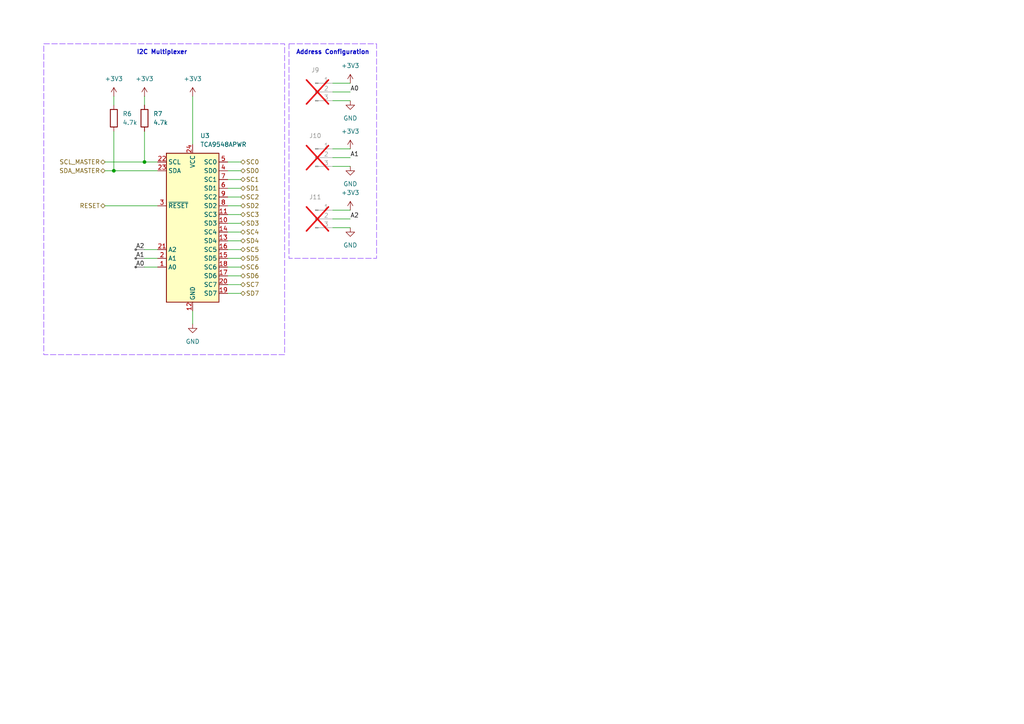
<source format=kicad_sch>
(kicad_sch (version 20231120) (generator "eeschema") (generator_version "8.0")
  (paper "A4")
  (title_block (title "AS7341 Sensor Chain") (date "2024-04-22") (rev "1") (company "University of Cape Town") (comment 1 "Author: Sarah Tallack") (comment 2 "Project: PAR Measurement"))
  (lib_symbols
    (symbol "Connector:Conn_01x03_Pin" (pin_names (offset 1.016) hide)
      (property "Reference" "J" (at 0 5.08 0))
      (property "Value" "Conn_01x03_Pin" (at 0 -5.08 0))
      (symbol "Conn_01x03_Pin_1_1"
        (polyline (pts (xy 1.27 -2.54) (xy 0.8636 -2.54)) (stroke (width 0.1524)))
        (polyline (pts (xy 1.27 0) (xy 0.8636 0)) (stroke (width 0.1524)))
        (polyline (pts (xy 1.27 2.54) (xy 0.8636 2.54)) (stroke (width 0.1524)))
        (rectangle (start 0.8636 -2.413) (end 0 -2.667) (stroke (width 0.1524)) (fill (type outline)))
        (rectangle (start 0.8636 0.127) (end 0 -0.127) (stroke (width 0.1524)) (fill (type outline)))
        (rectangle (start 0.8636 2.667) (end 0 2.413) (stroke (width 0.1524)) (fill (type outline)))
        (pin passive line (at 5.08 2.54 180) (length 3.81) (name "Pin_1") (number "1"))
        (pin passive line (at 5.08 0 180) (length 3.81) (name "Pin_2") (number "2"))
        (pin passive line (at 5.08 -2.54 180) (length 3.81) (name "Pin_3") (number "3"))
      )
    )
    (symbol "Device:R" (pin_numbers hide) (pin_names (offset 0))
      (property "Reference" "R" (at 2.032 0 90))
      (property "Value" "R" (at 0 0 90))
      (symbol "R_0_1"
        (rectangle (start -1.016 -2.54) (end 1.016 2.54) (stroke (width 0.254)))
      )
      (symbol "R_1_1"
        (pin passive line (at 0 3.81 270) (length 1.27) (name "~") (number "1"))
        (pin passive line (at 0 -3.81 90) (length 1.27) (name "~") (number "2"))
      )
    )
    (symbol "Interface_Expansion:TCA9548APWR"
      (property "Reference" "U" (at -7.62 21.59 0))
      (property "Value" "TCA9548APWR" (at 1.016 21.59 0))
      (symbol "TCA9548APWR_0_1"
        (rectangle (start -7.62 20.32) (end 7.62 -22.86) (stroke (width 0.254)) (fill (type background)))
      )
      (symbol "TCA9548APWR_1_1"
        (pin input line (at -10.16 -12.7 0) (length 2.54) (name "A0") (number "1"))
        (pin bidirectional line (at 10.16 0 180) (length 2.54) (name "SD3") (number "10"))
        (pin output line (at 10.16 2.54 180) (length 2.54) (name "SC3") (number "11"))
        (pin power_in line (at 0 -25.4 90) (length 2.54) (name "GND") (number "12"))
        (pin bidirectional line (at 10.16 -5.08 180) (length 2.54) (name "SD4") (number "13"))
        (pin output line (at 10.16 -2.54 180) (length 2.54) (name "SC4") (number "14"))
        (pin bidirectional line (at 10.16 -10.16 180) (length 2.54) (name "SD5") (number "15"))
        (pin output line (at 10.16 -7.62 180) (length 2.54) (name "SC5") (number "16"))
        (pin bidirectional line (at 10.16 -15.24 180) (length 2.54) (name "SD6") (number "17"))
        (pin output line (at 10.16 -12.7 180) (length 2.54) (name "SC6") (number "18"))
        (pin bidirectional line (at 10.16 -20.32 180) (length 2.54) (name "SD7") (number "19"))
        (pin input line (at -10.16 -10.16 0) (length 2.54) (name "A1") (number "2"))
        (pin output line (at 10.16 -17.78 180) (length 2.54) (name "SC7") (number "20"))
        (pin input line (at -10.16 -7.62 0) (length 2.54) (name "A2") (number "21"))
        (pin input line (at -10.16 17.78 0) (length 2.54) (name "SCL") (number "22"))
        (pin bidirectional line (at -10.16 15.24 0) (length 2.54) (name "SDA") (number "23"))
        (pin power_in line (at 0 22.86 270) (length 2.54) (name "VCC") (number "24"))
        (pin input line (at -10.16 5.08 0) (length 2.54) (name "~{RESET}") (number "3"))
        (pin bidirectional line (at 10.16 15.24 180) (length 2.54) (name "SD0") (number "4"))
        (pin output line (at 10.16 17.78 180) (length 2.54) (name "SC0") (number "5"))
        (pin bidirectional line (at 10.16 10.16 180) (length 2.54) (name "SD1") (number "6"))
        (pin output line (at 10.16 12.7 180) (length 2.54) (name "SC1") (number "7"))
        (pin bidirectional line (at 10.16 5.08 180) (length 2.54) (name "SD2") (number "8"))
        (pin output line (at 10.16 7.62 180) (length 2.54) (name "SC2") (number "9"))
      )
    )
    (symbol "power:+3V3" (power) (pin_numbers hide) (pin_names (offset 0) hide)
      (property "Value" "+3V3" (at 0 3.556 0))
      (symbol "+3V3_0_1"
        (polyline (pts (xy -0.762 1.27) (xy 0 2.54)))
        (polyline (pts (xy 0 0) (xy 0 2.54)))
        (polyline (pts (xy 0 2.54) (xy 0.762 1.27)))
      )
      (symbol "+3V3_1_1"
        (pin power_in line (at 0 0 90) (length 0) (name "~") (number "1"))
      )
    )
    (symbol "power:GND" (power) (pin_numbers hide) (pin_names (offset 0) hide)
      (property "Value" "GND" (at 0 -3.81 0))
      (symbol "GND_0_1"
        (polyline (pts (xy 0 0) (xy 0 -1.27) (xy 1.27 -1.27) (xy 0 -2.54) (xy -1.27 -1.27) (xy 0 -1.27)))
      )
      (symbol "GND_1_1"
        (pin power_in line (at 0 0 270) (length 0) (name "~") (number "1"))
      )
    )
  )
  (junction (at 33.02 49.53))
  (junction (at 41.91 46.99))
  (wire (pts (xy 30.48 59.69) (xy 45.72 59.69)))
  (wire (pts (xy 69.85 52.07) (xy 66.04 52.07)))
  (wire (pts (xy 69.85 57.15) (xy 66.04 57.15)))
  (wire (pts (xy 96.52 66.04) (xy 101.6 66.04)))
  (wire (pts (xy 101.6 45.72) (xy 96.52 45.72)))
  (wire (pts (xy 69.85 54.61) (xy 66.04 54.61)))
  (wire (pts (xy 55.88 90.17) (xy 55.88 93.98)))
  (wire (pts (xy 96.52 43.18) (xy 101.6 43.18)))
  (wire (pts (xy 69.85 72.39) (xy 66.04 72.39)))
  (wire (pts (xy 69.85 82.55) (xy 66.04 82.55)))
  (wire (pts (xy 69.85 59.69) (xy 66.04 59.69)))
  (wire (pts (xy 30.48 49.53) (xy 33.02 49.53)))
  (wire (pts (xy 66.04 49.53) (xy 69.85 49.53)))
  (wire (pts (xy 33.02 49.53) (xy 45.72 49.53)))
  (wire (pts (xy 41.91 46.99) (xy 45.72 46.99)))
  (wire (pts (xy 101.6 63.5) (xy 96.52 63.5)))
  (wire (pts (xy 96.52 48.26) (xy 101.6 48.26)))
  (wire (pts (xy 69.85 69.85) (xy 66.04 69.85)))
  (wire (pts (xy 96.52 24.13) (xy 101.6 24.13)))
  (wire (pts (xy 41.91 27.94) (xy 41.91 30.48)))
  (wire (pts (xy 41.91 74.93) (xy 45.72 74.93)))
  (wire (pts (xy 96.52 60.96) (xy 101.6 60.96)))
  (wire (pts (xy 69.85 46.99) (xy 66.04 46.99)))
  (wire (pts (xy 69.85 64.77) (xy 66.04 64.77)))
  (wire (pts (xy 41.91 38.1) (xy 41.91 46.99)))
  (wire (pts (xy 101.6 26.67) (xy 96.52 26.67)))
  (wire (pts (xy 33.02 38.1) (xy 33.02 49.53)))
  (wire (pts (xy 55.88 27.94) (xy 55.88 41.91)))
  (wire (pts (xy 41.91 72.39) (xy 45.72 72.39)))
  (wire (pts (xy 69.85 77.47) (xy 66.04 77.47)))
  (wire (pts (xy 30.48 46.99) (xy 41.91 46.99)))
  (wire (pts (xy 69.85 67.31) (xy 66.04 67.31)))
  (wire (pts (xy 41.91 77.47) (xy 45.72 77.47)))
  (wire (pts (xy 69.85 80.01) (xy 66.04 80.01)))
  (wire (pts (xy 96.52 29.21) (xy 101.6 29.21)))
  (wire (pts (xy 69.85 62.23) (xy 66.04 62.23)))
  (wire (pts (xy 33.02 27.94) (xy 33.02 30.48)))
  (wire (pts (xy 69.85 74.93) (xy 66.04 74.93)))
  (wire (pts (xy 69.85 85.09) (xy 66.04 85.09)))
  (rectangle (start 83.82 12.7) (end 109.22 74.93) (stroke (width 0) (type dash) (color 138 59 255 1)))
  (rectangle (start 12.7 12.7) (end 82.55 102.87) (stroke (width 0) (type dash) (color 138 59 255 1)))
  (text "I2C Multiplexer" (at 46.99 15.24 0) (effects (font (size 1.27 1.27) (thickness 0.254) (bold yes))))
  (text "Address Configuration" (at 96.52 15.24 0) (effects (font (size 1.27 1.27) (thickness 0.254) (bold yes))))
  (label "A2" (at 41.91 72.39 180))
  (label "A1" (at 101.6 45.72 0))
  (label "A1" (at 41.91 74.93 180))
  (label "A0" (at 41.91 77.47 180))
  (label "A0" (at 101.6 26.67 0))
  (label "A2" (at 101.6 63.5 0))
  (hierarchical_label "SC1" (shape bidirectional) (at 69.85 52.07 0))
  (hierarchical_label "SD4" (shape bidirectional) (at 69.85 69.85 0))
  (hierarchical_label "SC2" (shape bidirectional) (at 69.85 57.15 0))
  (hierarchical_label "SC7" (shape bidirectional) (at 69.85 82.55 0))
  (hierarchical_label "RESET" (shape bidirectional) (at 30.48 59.69 180))
  (hierarchical_label "SC4" (shape bidirectional) (at 69.85 67.31 0))
  (hierarchical_label "SC3" (shape bidirectional) (at 69.85 62.23 0))
  (hierarchical_label "SD1" (shape bidirectional) (at 69.85 54.61 0))
  (hierarchical_label "SC6" (shape bidirectional) (at 69.85 77.47 0))
  (hierarchical_label "SD5" (shape bidirectional) (at 69.85 74.93 0))
  (hierarchical_label "SD2" (shape bidirectional) (at 69.85 59.69 0))
  (hierarchical_label "SD6" (shape bidirectional) (at 69.85 80.01 0))
  (hierarchical_label "SD0" (shape bidirectional) (at 69.85 49.53 0))
  (hierarchical_label "SC0" (shape bidirectional) (at 69.85 46.99 0))
  (hierarchical_label "SC5" (shape bidirectional) (at 69.85 72.39 0))
  (hierarchical_label "SDA_MASTER" (shape bidirectional) (at 30.48 49.53 180))
  (hierarchical_label "SD3" (shape bidirectional) (at 69.85 64.77 0))
  (hierarchical_label "SCL_MASTER" (shape bidirectional) (at 30.48 46.99 180))
  (hierarchical_label "SD7" (shape bidirectional) (at 69.85 85.09 0))
  (netclass_flag "" (length 2.54) (shape dot) (at 41.91 77.47 90) (property "Netclass" "Signal" (effects (hide yes))))
  (netclass_flag "" (length 2.54) (shape dot) (at 41.91 74.93 90) (property "Netclass" "Signal" (effects (hide yes))))
  (netclass_flag "" (length 2.54) (shape dot) (at 41.91 72.39 90) (property "Netclass" "Signal" (effects (hide yes))))
  (symbol (lib_id "power:+3V3") (at 101.6 60.96 0) (unit 1)
    (property "Reference" "#PWR045" (effects (hide yes)))
    (property "Value" "+3V3" (at 101.6 55.88 0))
    (property "Description" "Power symbol creates a global label with name \"+3V3\"" (effects (hide yes)))
  )
  (symbol (lib_id "power:GND") (at 101.6 29.21 0) (unit 1)
    (property "Reference" "#PWR042" (effects (hide yes)))
    (property "Value" "GND" (at 101.6 34.29 0))
    (property "Description" "Power symbol creates a global label with name \"GND\" , ground" (effects (hide yes)))
  )
  (symbol (lib_id "Connector:Conn_01x03_Pin") (at 91.44 63.5 0) (unit 1) (dnp yes)
    (property "Reference" "J11" (at 91.44 57.15 0))
    (property "Value" "Conn_01x03_Pin" (effects (hide yes)))
    (property "Footprint" "Connector_PinHeader_2.54mm:PinHeader_1x03_P2.54mm_Vertical" (effects (hide yes)))
    (property "Description" "Generic connector, single row, 01x03, script generated" (effects (hide yes)))
  )
  (symbol (lib_id "Connector:Conn_01x03_Pin") (at 91.44 45.72 0) (unit 1) (dnp yes)
    (property "Reference" "J10" (at 91.44 39.37 0))
    (property "Value" "Conn_01x03_Pin" (effects (hide yes)))
    (property "Footprint" "Connector_PinHeader_2.54mm:PinHeader_1x03_P2.54mm_Vertical" (effects (hide yes)))
    (property "Description" "Generic connector, single row, 01x03, script generated" (effects (hide yes)))
  )
  (symbol (lib_id "power:+3V3") (at 33.02 27.94 0) (unit 1)
    (property "Reference" "#PWR037" (effects (hide yes)))
    (property "Value" "+3V3" (at 33.02 22.86 0))
    (property "Description" "Power symbol creates a global label with name \"+3V3\"" (effects (hide yes)))
  )
  (symbol (lib_id "power:GND") (at 101.6 66.04 0) (unit 1)
    (property "Reference" "#PWR046" (effects (hide yes)))
    (property "Value" "GND" (at 101.6 71.12 0))
    (property "Description" "Power symbol creates a global label with name \"GND\" , ground" (effects (hide yes)))
  )
  (symbol (lib_id "power:+3V3") (at 41.91 27.94 0) (unit 1)
    (property "Reference" "#PWR038" (effects (hide yes)))
    (property "Value" "+3V3" (at 41.91 22.86 0))
    (property "Description" "Power symbol creates a global label with name \"+3V3\"" (effects (hide yes)))
  )
  (symbol (lib_id "Device:R") (at 41.91 34.29 180) (unit 1)
    (property "Reference" "R7" (at 44.45 33.0199 0) (effects (justify right)))
    (property "Value" "4.7k" (at 44.45 35.5599 0) (effects (justify right)))
    (property "Footprint" "Resistor_SMD:R_0603_1608Metric" (effects (hide yes)))
    (property "Description" "Resistor" (effects (hide yes)))
    (property "LCSC" "C23162" (effects (hide yes)))
  )
  (symbol (lib_id "Interface_Expansion:TCA9548APWR") (at 55.88 64.77 0) (unit 1)
    (property "Reference" "U3" (at 58.0741 39.37 0) (effects (justify left)))
    (property "Value" "TCA9548APWR" (at 58.0741 41.91 0) (effects (justify left)))
    (property "Footprint" "Package_SO:TSSOP-24_4.4x7.8mm_P0.65mm" (effects (hide yes)))
    (property "Datasheet" "http://www.ti.com/lit/ds/symlink/tca9548a.pdf" (effects (hide yes)))
    (property "Description" "Low voltage 8-channel I2C switch with reset, TSSOP-24" (effects (hide yes)))
    (property "LCSC" "C130026" (effects (hide yes)))
  )
  (symbol (lib_id "power:+3V3") (at 101.6 24.13 0) (unit 1)
    (property "Reference" "#PWR041" (effects (hide yes)))
    (property "Value" "+3V3" (at 101.6 19.05 0))
    (property "Description" "Power symbol creates a global label with name \"+3V3\"" (effects (hide yes)))
  )
  (symbol (lib_id "power:+3V3") (at 101.6 43.18 0) (unit 1)
    (property "Reference" "#PWR043" (effects (hide yes)))
    (property "Value" "+3V3" (at 101.6 38.1 0))
    (property "Description" "Power symbol creates a global label with name \"+3V3\"" (effects (hide yes)))
  )
  (symbol (lib_id "Connector:Conn_01x03_Pin") (at 91.44 26.67 0) (unit 1) (dnp yes)
    (property "Reference" "J9" (at 91.44 20.32 0))
    (property "Value" "Conn_01x03_Pin" (effects (hide yes)))
    (property "Footprint" "Connector_PinHeader_2.54mm:PinHeader_1x03_P2.54mm_Vertical" (effects (hide yes)))
    (property "Description" "Generic connector, single row, 01x03, script generated" (effects (hide yes)))
  )
  (symbol (lib_id "power:+3V3") (at 55.88 27.94 0) (unit 1)
    (property "Reference" "#PWR039" (effects (hide yes)))
    (property "Value" "+3V3" (at 55.88 22.86 0))
    (property "Description" "Power symbol creates a global label with name \"+3V3\"" (effects (hide yes)))
  )
  (symbol (lib_id "Device:R") (at 33.02 34.29 180) (unit 1)
    (property "Reference" "R6" (at 35.56 33.0199 0) (effects (justify right)))
    (property "Value" "4.7k" (at 35.56 35.5599 0) (effects (justify right)))
    (property "Footprint" "Resistor_SMD:R_0603_1608Metric" (effects (hide yes)))
    (property "Description" "Resistor" (effects (hide yes)))
    (property "LCSC" "C23162" (effects (hide yes)))
  )
  (symbol (lib_id "power:GND") (at 101.6 48.26 0) (unit 1)
    (property "Reference" "#PWR044" (effects (hide yes)))
    (property "Value" "GND" (at 101.6 53.34 0))
    (property "Description" "Power symbol creates a global label with name \"GND\" , ground" (effects (hide yes)))
  )
  (symbol (lib_id "power:GND") (at 55.88 93.98 0) (unit 1)
    (property "Reference" "#PWR040" (effects (hide yes)))
    (property "Value" "GND" (at 55.88 99.06 0))
    (property "Description" "Power symbol creates a global label with name \"GND\" , ground" (effects (hide yes)))
  )
)
</source>
